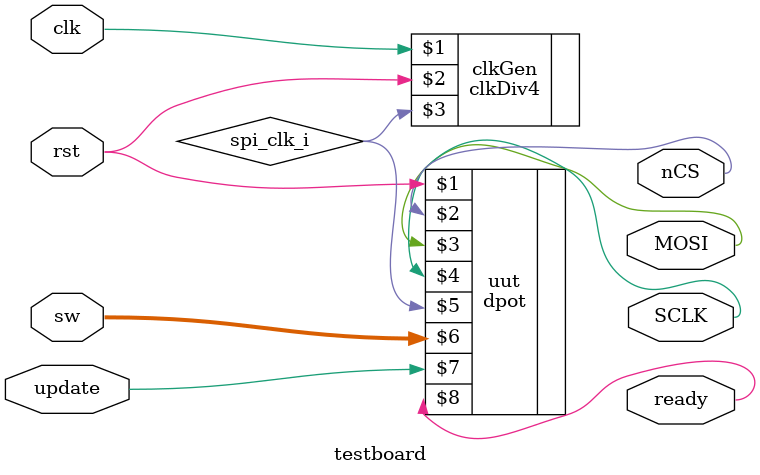
<source format=v>
/* ------------------------------------------------ *
 * Title       : Pmod DPOT test board               *
 * Project     : Pmod DPOT interface                *
 * ------------------------------------------------ *
 * File        : board.v                            *
 * Author      : Yigit Suoglu                       *
 * Last Edit   : 01/04/2021                         *
 * ------------------------------------------------ *
 * Description : Test code for Pmod DPOT interface  *
 * ------------------------------------------------ */

module testboard(
  input clk,
  input rst,
  output nCS,
  output MOSI,
  output SCLK,
  input [7:0] sw,
  input update,
  output ready);
  
  wire spi_clk_i;

  dpot uut(rst, nCS, MOSI, SCLK, spi_clk_i, sw, update, ready);
  clkDiv4 clkGen(clk, rst, spi_clk_i);
endmodule
</source>
